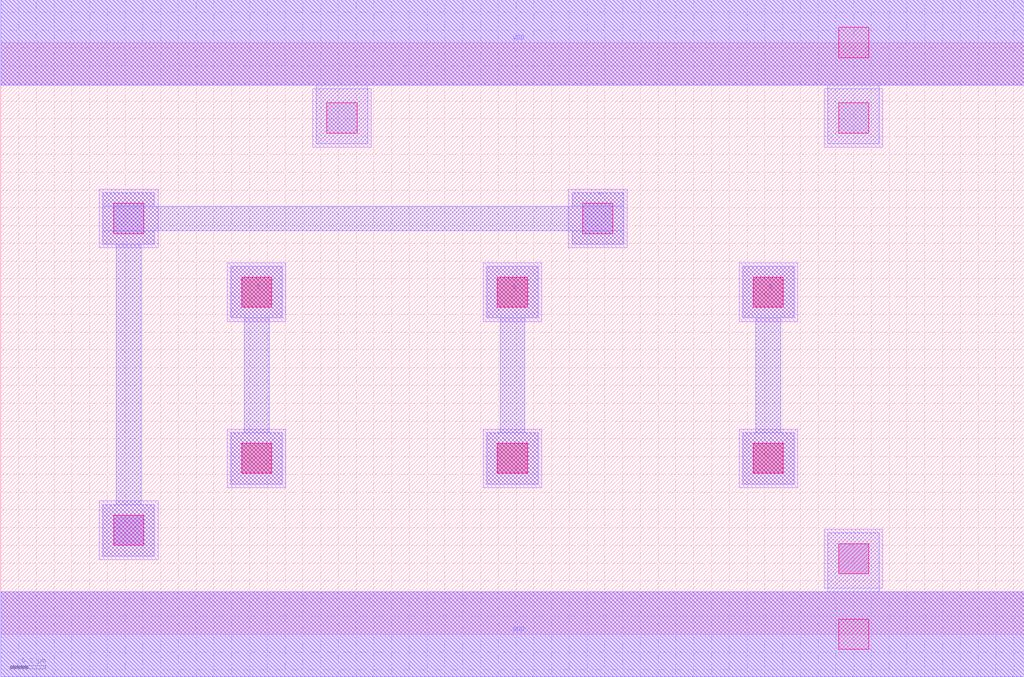
<source format=lef>
MACRO NAND3X1
 CLASS CORE ;
 FOREIGN NAND3X1 0 0 ;
 SIZE 5.76 BY 3.33 ;
 ORIGIN 0 0 ;
 SYMMETRY X Y R90 ;
 SITE unit ;
  PIN VDD
   DIRECTION INOUT ;
   USE POWER ;
   SHAPE ABUTMENT ;
    PORT
     CLASS CORE ;
       LAYER li1 ;
        RECT 0.00000000 3.09000000 5.76000000 3.57000000 ;
       LAYER met1 ;
        RECT 0.00000000 3.09000000 5.76000000 3.57000000 ;
    END
  END VDD

  PIN GND
   DIRECTION INOUT ;
   USE POWER ;
   SHAPE ABUTMENT ;
    PORT
     CLASS CORE ;
       LAYER li1 ;
        RECT 0.00000000 -0.24000000 5.76000000 0.24000000 ;
       LAYER met1 ;
        RECT 0.00000000 -0.24000000 5.76000000 0.24000000 ;
    END
  END GND

  PIN Y
   DIRECTION INOUT ;
   USE SIGNAL ;
   SHAPE ABUTMENT ;
    PORT
     CLASS CORE ;
       LAYER met1 ;
        RECT 0.57500000 0.44000000 0.86500000 0.73000000 ;
        RECT 0.65000000 0.73000000 0.79000000 2.19500000 ;
        RECT 0.57500000 2.19500000 0.86500000 2.27000000 ;
        RECT 3.21500000 2.19500000 3.50500000 2.27000000 ;
        RECT 0.57500000 2.27000000 3.50500000 2.41000000 ;
        RECT 0.57500000 2.41000000 0.86500000 2.48500000 ;
        RECT 3.21500000 2.41000000 3.50500000 2.48500000 ;
    END
  END Y

  PIN A
   DIRECTION INOUT ;
   USE SIGNAL ;
   SHAPE ABUTMENT ;
    PORT
     CLASS CORE ;
       LAYER met1 ;
        RECT 4.17500000 0.84500000 4.46500000 1.13500000 ;
        RECT 4.25000000 1.13500000 4.39000000 1.78000000 ;
        RECT 4.17500000 1.78000000 4.46500000 2.07000000 ;
    END
  END A

  PIN B
   DIRECTION INOUT ;
   USE SIGNAL ;
   SHAPE ABUTMENT ;
    PORT
     CLASS CORE ;
       LAYER met1 ;
        RECT 2.73500000 0.84500000 3.02500000 1.13500000 ;
        RECT 2.81000000 1.13500000 2.95000000 1.78000000 ;
        RECT 2.73500000 1.78000000 3.02500000 2.07000000 ;
    END
  END B

  PIN C
   DIRECTION INOUT ;
   USE SIGNAL ;
   SHAPE ABUTMENT ;
    PORT
     CLASS CORE ;
       LAYER met1 ;
        RECT 1.29500000 0.84500000 1.58500000 1.13500000 ;
        RECT 1.37000000 1.13500000 1.51000000 1.78000000 ;
        RECT 1.29500000 1.78000000 1.58500000 2.07000000 ;
    END
  END C

 OBS
    LAYER polycont ;
     RECT 1.35500000 0.90500000 1.52500000 1.07500000 ;
     RECT 2.79500000 0.90500000 2.96500000 1.07500000 ;
     RECT 4.23500000 0.90500000 4.40500000 1.07500000 ;
     RECT 1.35500000 1.84000000 1.52500000 2.01000000 ;
     RECT 2.79500000 1.84000000 2.96500000 2.01000000 ;
     RECT 4.23500000 1.84000000 4.40500000 2.01000000 ;

    LAYER pdiffc ;
     RECT 0.63500000 2.25500000 0.80500000 2.42500000 ;
     RECT 3.27500000 2.25500000 3.44500000 2.42500000 ;
     RECT 1.83500000 2.82000000 2.00500000 2.99000000 ;
     RECT 4.71500000 2.82000000 4.88500000 2.99000000 ;

    LAYER ndiffc ;
     RECT 4.71500000 0.34000000 4.88500000 0.51000000 ;
     RECT 0.63500000 0.50000000 0.80500000 0.67000000 ;

    LAYER li1 ;
     RECT 0.00000000 -0.24000000 5.76000000 0.24000000 ;
     RECT 4.63500000 0.26000000 4.96500000 0.59000000 ;
     RECT 0.55500000 0.42000000 0.88500000 0.75000000 ;
     RECT 1.27500000 0.82500000 1.60500000 1.15500000 ;
     RECT 2.71500000 0.82500000 3.04500000 1.15500000 ;
     RECT 4.15500000 0.82500000 4.48500000 1.15500000 ;
     RECT 1.27500000 1.76000000 1.60500000 2.09000000 ;
     RECT 2.71500000 1.76000000 3.04500000 2.09000000 ;
     RECT 4.15500000 1.76000000 4.48500000 2.09000000 ;
     RECT 0.55500000 2.17500000 0.88500000 2.50500000 ;
     RECT 3.19500000 2.17500000 3.52500000 2.50500000 ;
     RECT 1.75500000 2.74000000 2.08500000 3.07000000 ;
     RECT 4.63500000 2.74000000 4.96500000 3.07000000 ;
     RECT 0.00000000 3.09000000 5.76000000 3.57000000 ;

    LAYER viali ;
     RECT 4.71500000 -0.08500000 4.88500000 0.08500000 ;
     RECT 4.71500000 0.34000000 4.88500000 0.51000000 ;
     RECT 0.63500000 0.50000000 0.80500000 0.67000000 ;
     RECT 1.35500000 0.90500000 1.52500000 1.07500000 ;
     RECT 2.79500000 0.90500000 2.96500000 1.07500000 ;
     RECT 4.23500000 0.90500000 4.40500000 1.07500000 ;
     RECT 1.35500000 1.84000000 1.52500000 2.01000000 ;
     RECT 2.79500000 1.84000000 2.96500000 2.01000000 ;
     RECT 4.23500000 1.84000000 4.40500000 2.01000000 ;
     RECT 0.63500000 2.25500000 0.80500000 2.42500000 ;
     RECT 3.27500000 2.25500000 3.44500000 2.42500000 ;
     RECT 1.83500000 2.82000000 2.00500000 2.99000000 ;
     RECT 4.71500000 2.82000000 4.88500000 2.99000000 ;
     RECT 4.71500000 3.24500000 4.88500000 3.41500000 ;

    LAYER met1 ;
     RECT 0.00000000 -0.24000000 5.76000000 0.24000000 ;
     RECT 4.65500000 0.24000000 4.94500000 0.57000000 ;
     RECT 1.29500000 0.84500000 1.58500000 1.13500000 ;
     RECT 1.37000000 1.13500000 1.51000000 1.78000000 ;
     RECT 1.29500000 1.78000000 1.58500000 2.07000000 ;
     RECT 2.73500000 0.84500000 3.02500000 1.13500000 ;
     RECT 2.81000000 1.13500000 2.95000000 1.78000000 ;
     RECT 2.73500000 1.78000000 3.02500000 2.07000000 ;
     RECT 4.17500000 0.84500000 4.46500000 1.13500000 ;
     RECT 4.25000000 1.13500000 4.39000000 1.78000000 ;
     RECT 4.17500000 1.78000000 4.46500000 2.07000000 ;
     RECT 0.57500000 0.44000000 0.86500000 0.73000000 ;
     RECT 0.65000000 0.73000000 0.79000000 2.19500000 ;
     RECT 0.57500000 2.19500000 0.86500000 2.27000000 ;
     RECT 3.21500000 2.19500000 3.50500000 2.27000000 ;
     RECT 0.57500000 2.27000000 3.50500000 2.41000000 ;
     RECT 0.57500000 2.41000000 0.86500000 2.48500000 ;
     RECT 3.21500000 2.41000000 3.50500000 2.48500000 ;
     RECT 1.77500000 2.76000000 2.06500000 3.09000000 ;
     RECT 4.65500000 2.76000000 4.94500000 3.09000000 ;
     RECT 0.00000000 3.09000000 5.76000000 3.57000000 ;

 END
END NAND3X1

</source>
